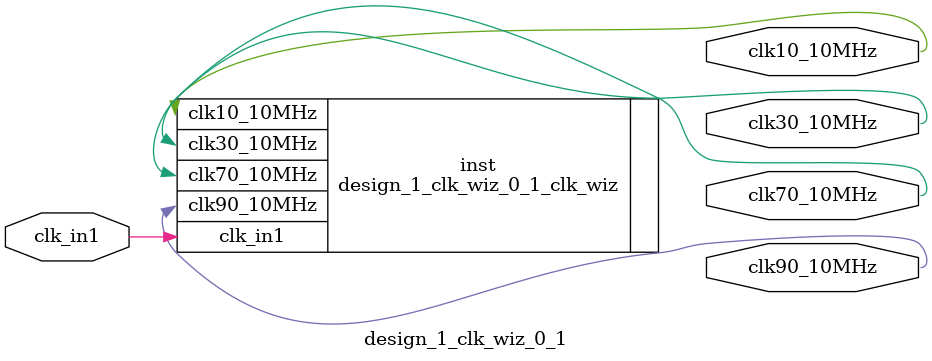
<source format=v>


`timescale 1ps/1ps

(* CORE_GENERATION_INFO = "design_1_clk_wiz_0_1,clk_wiz_v6_0_5_0_0,{component_name=design_1_clk_wiz_0_1,use_phase_alignment=true,use_min_o_jitter=true,use_max_i_jitter=false,use_dyn_phase_shift=false,use_inclk_switchover=false,use_dyn_reconfig=false,enable_axi=0,feedback_source=FDBK_AUTO,PRIMITIVE=MMCM,num_out_clk=4,clkin1_period=10.000,clkin2_period=10.000,use_power_down=false,use_reset=false,use_locked=false,use_inclk_stopped=false,feedback_type=SINGLE,CLOCK_MGR_TYPE=NA,manual_override=false}" *)

module design_1_clk_wiz_0_1 
 (
  // Clock out ports
  output        clk10_10MHz,
  output        clk90_10MHz,
  output        clk30_10MHz,
  output        clk70_10MHz,
 // Clock in ports
  input         clk_in1
 );

  design_1_clk_wiz_0_1_clk_wiz inst
  (
  // Clock out ports  
  .clk10_10MHz(clk10_10MHz),
  .clk90_10MHz(clk90_10MHz),
  .clk30_10MHz(clk30_10MHz),
  .clk70_10MHz(clk70_10MHz),
 // Clock in ports
  .clk_in1(clk_in1)
  );

endmodule

</source>
